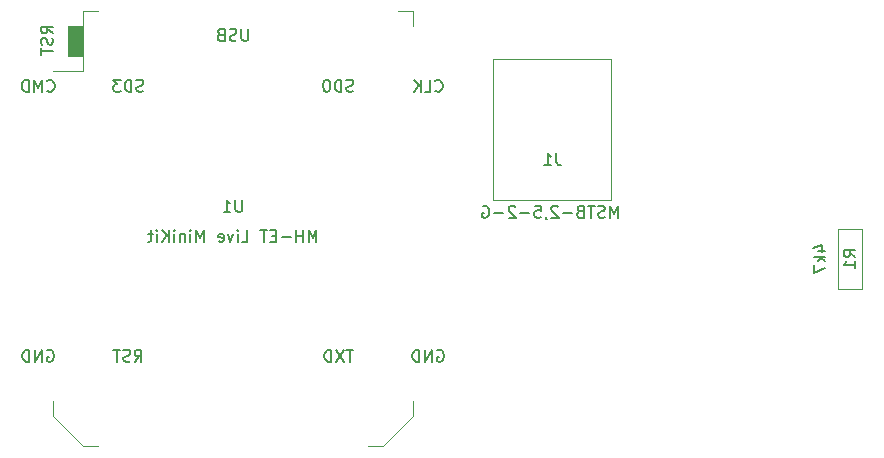
<source format=gbo>
%TF.GenerationSoftware,KiCad,Pcbnew,(6.0.0)*%
%TF.CreationDate,2022-01-06T15:15:50+01:00*%
%TF.ProjectId,Interconnect PCB,496e7465-7263-46f6-9e6e-656374205043,rev?*%
%TF.SameCoordinates,Original*%
%TF.FileFunction,Legend,Bot*%
%TF.FilePolarity,Positive*%
%FSLAX46Y46*%
G04 Gerber Fmt 4.6, Leading zero omitted, Abs format (unit mm)*
G04 Created by KiCad (PCBNEW (6.0.0)) date 2022-01-06 15:15:50*
%MOMM*%
%LPD*%
G01*
G04 APERTURE LIST*
%ADD10C,0.150000*%
%ADD11C,0.120000*%
%ADD12C,0.100000*%
G04 APERTURE END LIST*
D10*
%TO.C,J1*%
X164333333Y-115022380D02*
X164333333Y-115736666D01*
X164380952Y-115879523D01*
X164476190Y-115974761D01*
X164619047Y-116022380D01*
X164714285Y-116022380D01*
X163333333Y-116022380D02*
X163904761Y-116022380D01*
X163619047Y-116022380D02*
X163619047Y-115022380D01*
X163714285Y-115165238D01*
X163809523Y-115260476D01*
X163904761Y-115308095D01*
X169544285Y-120467380D02*
X169544285Y-119467380D01*
X169210952Y-120181666D01*
X168877619Y-119467380D01*
X168877619Y-120467380D01*
X168449047Y-120419761D02*
X168306190Y-120467380D01*
X168068095Y-120467380D01*
X167972857Y-120419761D01*
X167925238Y-120372142D01*
X167877619Y-120276904D01*
X167877619Y-120181666D01*
X167925238Y-120086428D01*
X167972857Y-120038809D01*
X168068095Y-119991190D01*
X168258571Y-119943571D01*
X168353809Y-119895952D01*
X168401428Y-119848333D01*
X168449047Y-119753095D01*
X168449047Y-119657857D01*
X168401428Y-119562619D01*
X168353809Y-119515000D01*
X168258571Y-119467380D01*
X168020476Y-119467380D01*
X167877619Y-119515000D01*
X167591904Y-119467380D02*
X167020476Y-119467380D01*
X167306190Y-120467380D02*
X167306190Y-119467380D01*
X166353809Y-119943571D02*
X166210952Y-119991190D01*
X166163333Y-120038809D01*
X166115714Y-120134047D01*
X166115714Y-120276904D01*
X166163333Y-120372142D01*
X166210952Y-120419761D01*
X166306190Y-120467380D01*
X166687142Y-120467380D01*
X166687142Y-119467380D01*
X166353809Y-119467380D01*
X166258571Y-119515000D01*
X166210952Y-119562619D01*
X166163333Y-119657857D01*
X166163333Y-119753095D01*
X166210952Y-119848333D01*
X166258571Y-119895952D01*
X166353809Y-119943571D01*
X166687142Y-119943571D01*
X165687142Y-120086428D02*
X164925238Y-120086428D01*
X164496666Y-119562619D02*
X164449047Y-119515000D01*
X164353809Y-119467380D01*
X164115714Y-119467380D01*
X164020476Y-119515000D01*
X163972857Y-119562619D01*
X163925238Y-119657857D01*
X163925238Y-119753095D01*
X163972857Y-119895952D01*
X164544285Y-120467380D01*
X163925238Y-120467380D01*
X163449047Y-120419761D02*
X163449047Y-120467380D01*
X163496666Y-120562619D01*
X163544285Y-120610238D01*
X162544285Y-119467380D02*
X163020476Y-119467380D01*
X163068095Y-119943571D01*
X163020476Y-119895952D01*
X162925238Y-119848333D01*
X162687142Y-119848333D01*
X162591904Y-119895952D01*
X162544285Y-119943571D01*
X162496666Y-120038809D01*
X162496666Y-120276904D01*
X162544285Y-120372142D01*
X162591904Y-120419761D01*
X162687142Y-120467380D01*
X162925238Y-120467380D01*
X163020476Y-120419761D01*
X163068095Y-120372142D01*
X162068095Y-120086428D02*
X161306190Y-120086428D01*
X160877619Y-119562619D02*
X160830000Y-119515000D01*
X160734761Y-119467380D01*
X160496666Y-119467380D01*
X160401428Y-119515000D01*
X160353809Y-119562619D01*
X160306190Y-119657857D01*
X160306190Y-119753095D01*
X160353809Y-119895952D01*
X160925238Y-120467380D01*
X160306190Y-120467380D01*
X159877619Y-120086428D02*
X159115714Y-120086428D01*
X158115714Y-119515000D02*
X158210952Y-119467380D01*
X158353809Y-119467380D01*
X158496666Y-119515000D01*
X158591904Y-119610238D01*
X158639523Y-119705476D01*
X158687142Y-119895952D01*
X158687142Y-120038809D01*
X158639523Y-120229285D01*
X158591904Y-120324523D01*
X158496666Y-120419761D01*
X158353809Y-120467380D01*
X158258571Y-120467380D01*
X158115714Y-120419761D01*
X158068095Y-120372142D01*
X158068095Y-120038809D01*
X158258571Y-120038809D01*
%TO.C,U1*%
X137761904Y-118962380D02*
X137761904Y-119771904D01*
X137714285Y-119867142D01*
X137666666Y-119914761D01*
X137571428Y-119962380D01*
X137380952Y-119962380D01*
X137285714Y-119914761D01*
X137238095Y-119867142D01*
X137190476Y-119771904D01*
X137190476Y-118962380D01*
X136190476Y-119962380D02*
X136761904Y-119962380D01*
X136476190Y-119962380D02*
X136476190Y-118962380D01*
X136571428Y-119105238D01*
X136666666Y-119200476D01*
X136761904Y-119248095D01*
X144047619Y-122502380D02*
X144047619Y-121502380D01*
X143714285Y-122216666D01*
X143380952Y-121502380D01*
X143380952Y-122502380D01*
X142904761Y-122502380D02*
X142904761Y-121502380D01*
X142904761Y-121978571D02*
X142333333Y-121978571D01*
X142333333Y-122502380D02*
X142333333Y-121502380D01*
X141857142Y-122121428D02*
X141095238Y-122121428D01*
X140619047Y-121978571D02*
X140285714Y-121978571D01*
X140142857Y-122502380D02*
X140619047Y-122502380D01*
X140619047Y-121502380D01*
X140142857Y-121502380D01*
X139857142Y-121502380D02*
X139285714Y-121502380D01*
X139571428Y-122502380D02*
X139571428Y-121502380D01*
X137714285Y-122502380D02*
X138190476Y-122502380D01*
X138190476Y-121502380D01*
X137380952Y-122502380D02*
X137380952Y-121835714D01*
X137380952Y-121502380D02*
X137428571Y-121550000D01*
X137380952Y-121597619D01*
X137333333Y-121550000D01*
X137380952Y-121502380D01*
X137380952Y-121597619D01*
X137000000Y-121835714D02*
X136761904Y-122502380D01*
X136523809Y-121835714D01*
X135761904Y-122454761D02*
X135857142Y-122502380D01*
X136047619Y-122502380D01*
X136142857Y-122454761D01*
X136190476Y-122359523D01*
X136190476Y-121978571D01*
X136142857Y-121883333D01*
X136047619Y-121835714D01*
X135857142Y-121835714D01*
X135761904Y-121883333D01*
X135714285Y-121978571D01*
X135714285Y-122073809D01*
X136190476Y-122169047D01*
X134523809Y-122502380D02*
X134523809Y-121502380D01*
X134190476Y-122216666D01*
X133857142Y-121502380D01*
X133857142Y-122502380D01*
X133380952Y-122502380D02*
X133380952Y-121835714D01*
X133380952Y-121502380D02*
X133428571Y-121550000D01*
X133380952Y-121597619D01*
X133333333Y-121550000D01*
X133380952Y-121502380D01*
X133380952Y-121597619D01*
X132904761Y-121835714D02*
X132904761Y-122502380D01*
X132904761Y-121930952D02*
X132857142Y-121883333D01*
X132761904Y-121835714D01*
X132619047Y-121835714D01*
X132523809Y-121883333D01*
X132476190Y-121978571D01*
X132476190Y-122502380D01*
X132000000Y-122502380D02*
X132000000Y-121835714D01*
X132000000Y-121502380D02*
X132047619Y-121550000D01*
X132000000Y-121597619D01*
X131952380Y-121550000D01*
X132000000Y-121502380D01*
X132000000Y-121597619D01*
X131523809Y-122502380D02*
X131523809Y-121502380D01*
X130952380Y-122502380D02*
X131380952Y-121930952D01*
X130952380Y-121502380D02*
X131523809Y-122073809D01*
X130523809Y-122502380D02*
X130523809Y-121835714D01*
X130523809Y-121502380D02*
X130571428Y-121550000D01*
X130523809Y-121597619D01*
X130476190Y-121550000D01*
X130523809Y-121502380D01*
X130523809Y-121597619D01*
X130190476Y-121835714D02*
X129809523Y-121835714D01*
X130047619Y-121502380D02*
X130047619Y-122359523D01*
X130000000Y-122454761D01*
X129904761Y-122502380D01*
X129809523Y-122502380D01*
X154105238Y-109707142D02*
X154152857Y-109754761D01*
X154295714Y-109802380D01*
X154390952Y-109802380D01*
X154533809Y-109754761D01*
X154629047Y-109659523D01*
X154676666Y-109564285D01*
X154724285Y-109373809D01*
X154724285Y-109230952D01*
X154676666Y-109040476D01*
X154629047Y-108945238D01*
X154533809Y-108850000D01*
X154390952Y-108802380D01*
X154295714Y-108802380D01*
X154152857Y-108850000D01*
X154105238Y-108897619D01*
X153200476Y-109802380D02*
X153676666Y-109802380D01*
X153676666Y-108802380D01*
X152867142Y-109802380D02*
X152867142Y-108802380D01*
X152295714Y-109802380D02*
X152724285Y-109230952D01*
X152295714Y-108802380D02*
X152867142Y-109373809D01*
X121251904Y-131710000D02*
X121347142Y-131662380D01*
X121490000Y-131662380D01*
X121632857Y-131710000D01*
X121728095Y-131805238D01*
X121775714Y-131900476D01*
X121823333Y-132090952D01*
X121823333Y-132233809D01*
X121775714Y-132424285D01*
X121728095Y-132519523D01*
X121632857Y-132614761D01*
X121490000Y-132662380D01*
X121394761Y-132662380D01*
X121251904Y-132614761D01*
X121204285Y-132567142D01*
X121204285Y-132233809D01*
X121394761Y-132233809D01*
X120775714Y-132662380D02*
X120775714Y-131662380D01*
X120204285Y-132662380D01*
X120204285Y-131662380D01*
X119728095Y-132662380D02*
X119728095Y-131662380D01*
X119490000Y-131662380D01*
X119347142Y-131710000D01*
X119251904Y-131805238D01*
X119204285Y-131900476D01*
X119156666Y-132090952D01*
X119156666Y-132233809D01*
X119204285Y-132424285D01*
X119251904Y-132519523D01*
X119347142Y-132614761D01*
X119490000Y-132662380D01*
X119728095Y-132662380D01*
X121251904Y-109707142D02*
X121299523Y-109754761D01*
X121442380Y-109802380D01*
X121537619Y-109802380D01*
X121680476Y-109754761D01*
X121775714Y-109659523D01*
X121823333Y-109564285D01*
X121870952Y-109373809D01*
X121870952Y-109230952D01*
X121823333Y-109040476D01*
X121775714Y-108945238D01*
X121680476Y-108850000D01*
X121537619Y-108802380D01*
X121442380Y-108802380D01*
X121299523Y-108850000D01*
X121251904Y-108897619D01*
X120823333Y-109802380D02*
X120823333Y-108802380D01*
X120490000Y-109516666D01*
X120156666Y-108802380D01*
X120156666Y-109802380D01*
X119680476Y-109802380D02*
X119680476Y-108802380D01*
X119442380Y-108802380D01*
X119299523Y-108850000D01*
X119204285Y-108945238D01*
X119156666Y-109040476D01*
X119109047Y-109230952D01*
X119109047Y-109373809D01*
X119156666Y-109564285D01*
X119204285Y-109659523D01*
X119299523Y-109754761D01*
X119442380Y-109802380D01*
X119680476Y-109802380D01*
X154271904Y-131710000D02*
X154367142Y-131662380D01*
X154510000Y-131662380D01*
X154652857Y-131710000D01*
X154748095Y-131805238D01*
X154795714Y-131900476D01*
X154843333Y-132090952D01*
X154843333Y-132233809D01*
X154795714Y-132424285D01*
X154748095Y-132519523D01*
X154652857Y-132614761D01*
X154510000Y-132662380D01*
X154414761Y-132662380D01*
X154271904Y-132614761D01*
X154224285Y-132567142D01*
X154224285Y-132233809D01*
X154414761Y-132233809D01*
X153795714Y-132662380D02*
X153795714Y-131662380D01*
X153224285Y-132662380D01*
X153224285Y-131662380D01*
X152748095Y-132662380D02*
X152748095Y-131662380D01*
X152510000Y-131662380D01*
X152367142Y-131710000D01*
X152271904Y-131805238D01*
X152224285Y-131900476D01*
X152176666Y-132090952D01*
X152176666Y-132233809D01*
X152224285Y-132424285D01*
X152271904Y-132519523D01*
X152367142Y-132614761D01*
X152510000Y-132662380D01*
X152748095Y-132662380D01*
X147151904Y-131662380D02*
X146580476Y-131662380D01*
X146866190Y-132662380D02*
X146866190Y-131662380D01*
X146342380Y-131662380D02*
X145675714Y-132662380D01*
X145675714Y-131662380D02*
X146342380Y-132662380D01*
X145294761Y-132662380D02*
X145294761Y-131662380D01*
X145056666Y-131662380D01*
X144913809Y-131710000D01*
X144818571Y-131805238D01*
X144770952Y-131900476D01*
X144723333Y-132090952D01*
X144723333Y-132233809D01*
X144770952Y-132424285D01*
X144818571Y-132519523D01*
X144913809Y-132614761D01*
X145056666Y-132662380D01*
X145294761Y-132662380D01*
X147151904Y-109754761D02*
X147009047Y-109802380D01*
X146770952Y-109802380D01*
X146675714Y-109754761D01*
X146628095Y-109707142D01*
X146580476Y-109611904D01*
X146580476Y-109516666D01*
X146628095Y-109421428D01*
X146675714Y-109373809D01*
X146770952Y-109326190D01*
X146961428Y-109278571D01*
X147056666Y-109230952D01*
X147104285Y-109183333D01*
X147151904Y-109088095D01*
X147151904Y-108992857D01*
X147104285Y-108897619D01*
X147056666Y-108850000D01*
X146961428Y-108802380D01*
X146723333Y-108802380D01*
X146580476Y-108850000D01*
X146151904Y-109802380D02*
X146151904Y-108802380D01*
X145913809Y-108802380D01*
X145770952Y-108850000D01*
X145675714Y-108945238D01*
X145628095Y-109040476D01*
X145580476Y-109230952D01*
X145580476Y-109373809D01*
X145628095Y-109564285D01*
X145675714Y-109659523D01*
X145770952Y-109754761D01*
X145913809Y-109802380D01*
X146151904Y-109802380D01*
X144961428Y-108802380D02*
X144866190Y-108802380D01*
X144770952Y-108850000D01*
X144723333Y-108897619D01*
X144675714Y-108992857D01*
X144628095Y-109183333D01*
X144628095Y-109421428D01*
X144675714Y-109611904D01*
X144723333Y-109707142D01*
X144770952Y-109754761D01*
X144866190Y-109802380D01*
X144961428Y-109802380D01*
X145056666Y-109754761D01*
X145104285Y-109707142D01*
X145151904Y-109611904D01*
X145199523Y-109421428D01*
X145199523Y-109183333D01*
X145151904Y-108992857D01*
X145104285Y-108897619D01*
X145056666Y-108850000D01*
X144961428Y-108802380D01*
X128657619Y-132662380D02*
X128990952Y-132186190D01*
X129229047Y-132662380D02*
X129229047Y-131662380D01*
X128848095Y-131662380D01*
X128752857Y-131710000D01*
X128705238Y-131757619D01*
X128657619Y-131852857D01*
X128657619Y-131995714D01*
X128705238Y-132090952D01*
X128752857Y-132138571D01*
X128848095Y-132186190D01*
X129229047Y-132186190D01*
X128276666Y-132614761D02*
X128133809Y-132662380D01*
X127895714Y-132662380D01*
X127800476Y-132614761D01*
X127752857Y-132567142D01*
X127705238Y-132471904D01*
X127705238Y-132376666D01*
X127752857Y-132281428D01*
X127800476Y-132233809D01*
X127895714Y-132186190D01*
X128086190Y-132138571D01*
X128181428Y-132090952D01*
X128229047Y-132043333D01*
X128276666Y-131948095D01*
X128276666Y-131852857D01*
X128229047Y-131757619D01*
X128181428Y-131710000D01*
X128086190Y-131662380D01*
X127848095Y-131662380D01*
X127705238Y-131710000D01*
X127419523Y-131662380D02*
X126848095Y-131662380D01*
X127133809Y-132662380D02*
X127133809Y-131662380D01*
X121737380Y-104862380D02*
X121261190Y-104529047D01*
X121737380Y-104290952D02*
X120737380Y-104290952D01*
X120737380Y-104671904D01*
X120785000Y-104767142D01*
X120832619Y-104814761D01*
X120927857Y-104862380D01*
X121070714Y-104862380D01*
X121165952Y-104814761D01*
X121213571Y-104767142D01*
X121261190Y-104671904D01*
X121261190Y-104290952D01*
X121689761Y-105243333D02*
X121737380Y-105386190D01*
X121737380Y-105624285D01*
X121689761Y-105719523D01*
X121642142Y-105767142D01*
X121546904Y-105814761D01*
X121451666Y-105814761D01*
X121356428Y-105767142D01*
X121308809Y-105719523D01*
X121261190Y-105624285D01*
X121213571Y-105433809D01*
X121165952Y-105338571D01*
X121118333Y-105290952D01*
X121023095Y-105243333D01*
X120927857Y-105243333D01*
X120832619Y-105290952D01*
X120785000Y-105338571D01*
X120737380Y-105433809D01*
X120737380Y-105671904D01*
X120785000Y-105814761D01*
X120737380Y-106100476D02*
X120737380Y-106671904D01*
X121737380Y-106386190D02*
X120737380Y-106386190D01*
X129371904Y-109754761D02*
X129229047Y-109802380D01*
X128990952Y-109802380D01*
X128895714Y-109754761D01*
X128848095Y-109707142D01*
X128800476Y-109611904D01*
X128800476Y-109516666D01*
X128848095Y-109421428D01*
X128895714Y-109373809D01*
X128990952Y-109326190D01*
X129181428Y-109278571D01*
X129276666Y-109230952D01*
X129324285Y-109183333D01*
X129371904Y-109088095D01*
X129371904Y-108992857D01*
X129324285Y-108897619D01*
X129276666Y-108850000D01*
X129181428Y-108802380D01*
X128943333Y-108802380D01*
X128800476Y-108850000D01*
X128371904Y-109802380D02*
X128371904Y-108802380D01*
X128133809Y-108802380D01*
X127990952Y-108850000D01*
X127895714Y-108945238D01*
X127848095Y-109040476D01*
X127800476Y-109230952D01*
X127800476Y-109373809D01*
X127848095Y-109564285D01*
X127895714Y-109659523D01*
X127990952Y-109754761D01*
X128133809Y-109802380D01*
X128371904Y-109802380D01*
X127467142Y-108802380D02*
X126848095Y-108802380D01*
X127181428Y-109183333D01*
X127038571Y-109183333D01*
X126943333Y-109230952D01*
X126895714Y-109278571D01*
X126848095Y-109373809D01*
X126848095Y-109611904D01*
X126895714Y-109707142D01*
X126943333Y-109754761D01*
X127038571Y-109802380D01*
X127324285Y-109802380D01*
X127419523Y-109754761D01*
X127467142Y-109707142D01*
X138261904Y-104482380D02*
X138261904Y-105291904D01*
X138214285Y-105387142D01*
X138166666Y-105434761D01*
X138071428Y-105482380D01*
X137880952Y-105482380D01*
X137785714Y-105434761D01*
X137738095Y-105387142D01*
X137690476Y-105291904D01*
X137690476Y-104482380D01*
X137261904Y-105434761D02*
X137119047Y-105482380D01*
X136880952Y-105482380D01*
X136785714Y-105434761D01*
X136738095Y-105387142D01*
X136690476Y-105291904D01*
X136690476Y-105196666D01*
X136738095Y-105101428D01*
X136785714Y-105053809D01*
X136880952Y-105006190D01*
X137071428Y-104958571D01*
X137166666Y-104910952D01*
X137214285Y-104863333D01*
X137261904Y-104768095D01*
X137261904Y-104672857D01*
X137214285Y-104577619D01*
X137166666Y-104530000D01*
X137071428Y-104482380D01*
X136833333Y-104482380D01*
X136690476Y-104530000D01*
X135928571Y-104958571D02*
X135785714Y-105006190D01*
X135738095Y-105053809D01*
X135690476Y-105149047D01*
X135690476Y-105291904D01*
X135738095Y-105387142D01*
X135785714Y-105434761D01*
X135880952Y-105482380D01*
X136261904Y-105482380D01*
X136261904Y-104482380D01*
X135928571Y-104482380D01*
X135833333Y-104530000D01*
X135785714Y-104577619D01*
X135738095Y-104672857D01*
X135738095Y-104768095D01*
X135785714Y-104863333D01*
X135833333Y-104910952D01*
X135928571Y-104958571D01*
X136261904Y-104958571D01*
%TO.C,R1*%
X189682380Y-123785333D02*
X189206190Y-123452000D01*
X189682380Y-123213904D02*
X188682380Y-123213904D01*
X188682380Y-123594857D01*
X188730000Y-123690095D01*
X188777619Y-123737714D01*
X188872857Y-123785333D01*
X189015714Y-123785333D01*
X189110952Y-123737714D01*
X189158571Y-123690095D01*
X189206190Y-123594857D01*
X189206190Y-123213904D01*
X189682380Y-124737714D02*
X189682380Y-124166285D01*
X189682380Y-124452000D02*
X188682380Y-124452000D01*
X188825238Y-124356761D01*
X188920476Y-124261523D01*
X188968095Y-124166285D01*
X186475714Y-123261523D02*
X187142380Y-123261523D01*
X186094761Y-123023428D02*
X186809047Y-122785333D01*
X186809047Y-123404380D01*
X187142380Y-123785333D02*
X186142380Y-123785333D01*
X186761428Y-123880571D02*
X187142380Y-124166285D01*
X186475714Y-124166285D02*
X186856666Y-123785333D01*
X186142380Y-124499619D02*
X186142380Y-125166285D01*
X187142380Y-124737714D01*
D11*
%TO.C,J1*%
X169000000Y-107000000D02*
X159000000Y-107000000D01*
X159000000Y-107000000D02*
X159000000Y-119000000D01*
X159000000Y-119000000D02*
X169000000Y-119000000D01*
X169000000Y-119000000D02*
X169000000Y-107000000D01*
D12*
%TO.C,U1*%
X123030000Y-104270000D02*
X123030000Y-106810000D01*
X123030000Y-106810000D02*
X124300000Y-106810000D01*
X124300000Y-106810000D02*
X124300000Y-104270000D01*
X124300000Y-104270000D02*
X123030000Y-104270000D01*
G36*
X124300000Y-106810000D02*
G01*
X123030000Y-106810000D01*
X123030000Y-104270000D01*
X124300000Y-104270000D01*
X124300000Y-106810000D01*
G37*
X124300000Y-106810000D02*
X123030000Y-106810000D01*
X123030000Y-104270000D01*
X124300000Y-104270000D01*
X124300000Y-106810000D01*
D11*
X152240000Y-103000000D02*
X150970000Y-103000000D01*
X152240000Y-136020000D02*
X152240000Y-137290000D01*
X148430000Y-139830000D02*
X149700000Y-139830000D01*
X124300000Y-108080000D02*
X124300000Y-103000000D01*
X152240000Y-104270000D02*
X152240000Y-103000000D01*
X149700000Y-139830000D02*
X152240000Y-137290000D01*
X121760000Y-108080000D02*
X124300000Y-108080000D01*
X121760000Y-136020000D02*
X121760000Y-137290000D01*
X124300000Y-139830000D02*
X121760000Y-137290000D01*
X125570000Y-103000000D02*
X124300000Y-103000000D01*
X124300000Y-139830000D02*
X125570000Y-139830000D01*
%TO.C,R1*%
X188230000Y-121412000D02*
X190230000Y-121412000D01*
X190230000Y-121412000D02*
X190230000Y-126492000D01*
X190230000Y-126492000D02*
X188230000Y-126492000D01*
X188230000Y-126492000D02*
X188230000Y-121412000D01*
%TD*%
M02*

</source>
